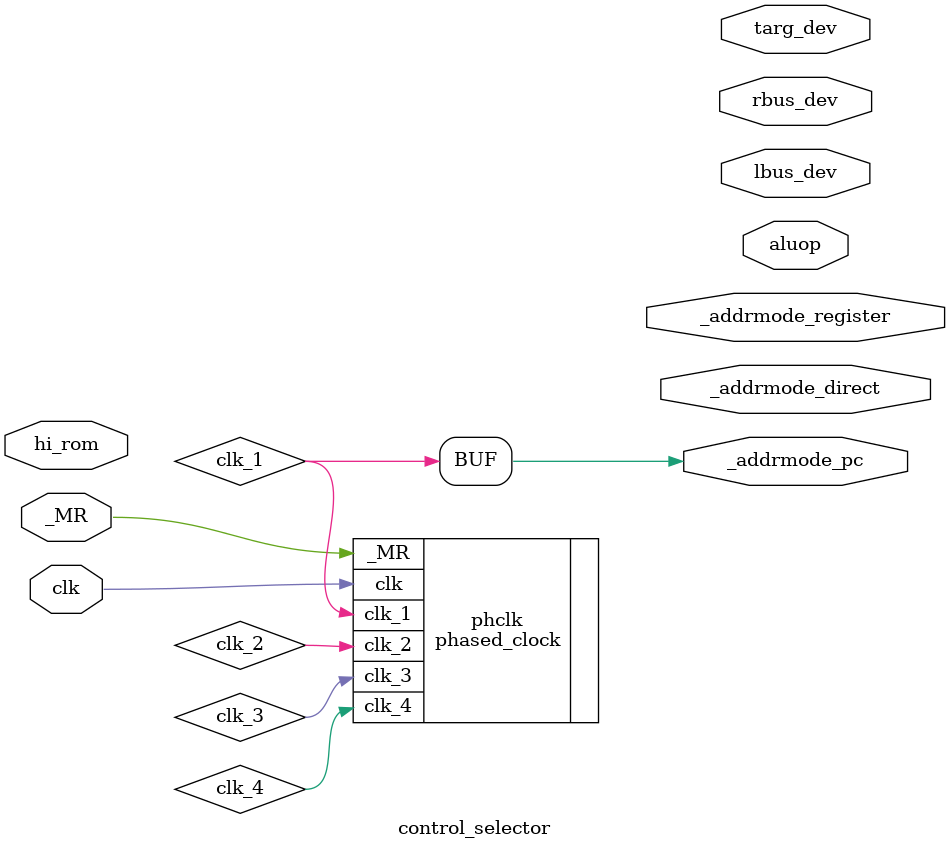
<source format=v>
`ifndef V_CONTROL_SELECT
`define V_CONTROL_SELECT


`include "../74138/hct74138.v"
`include "../74245/hct74245.v"
`include "../4PhaseClock/phased_clock.v"


`timescale 1ns/100ps

module control_selector #(parameter LOG=0) 
(
    input clk, 
    input _MR,

    input [7:0] hi_rom,

    output _addrmode_register, // enable MAR onto address bus - register direct addressing - op 0
    output _addrmode_pc, // enable PC onto address bus - register direct addressing - ????
    output _addrmode_direct, // enable ROM[15:0] onto address bus, needs an IR in implementation - direct addressing

    output [3:0] rbus_dev,
    output [3:0] lbus_dev,
    output [4:0] targ_dev,

    output [4:0] aluop
);

    // constants 
    // bit 23 can dictate addressing mode as we only have 6 op codes and only 3 use either mode
    parameter [2:0] op_DEV_eq_ALU_sel       = 0; // == RBUSDEV=ROM[8:5]    LBUSDEV=ROM[12:9]   ALUOP=ROM[4:0]   TARG=IR[20:16]  ADDRMODE=REGISTER  // ie mar
    parameter [2:0] op_DEV_eq_CONST8_sel    = 1; // == RBUSDEV='ROM'       LBUSDEV=XXXX        ALUOP='PASSR'    TARG=IR[20:16]  ADDRMODE=REGISTER  
    parameter [2:0] op_DEVP_eq_CONST16_sel  = 2; // == RBUSDEV='ROM'       LBUSDEV=XXXX        ALUOP='PASSR'    TARG=IR[20:16]  ADDRMODE=REGISTER  // stretch objective - load some fixed reg pair (eg if A is targ then A*B, if MARLO then its MARLO+HI)
    // op 3 unused
    parameter [2:0] op_DEV_eq_ROM_ABS_sel   = 4; // == RBUSDEV='ROM'       LBUSDEV=XXXX        ALUOP='PASSR'    TARG=IR[20:16]  ADDRMODE=IMMEDIATE // MUST BE VIA IR for all 3 bytes otherwise indexing the ROM using ROM[15:0] will change the logic mid exec
    parameter [2:0] op_DEV_eq_RAM_ABS_sel   = 5; // == RBUSDEV='RAM'       LBUSDEV=XXXX        ALUOP='PASSR'    TARG=IR[20:16]  ADDRMODE=IMMEDIATE 
    parameter [2:0] op_RAM_ABS_eq_DEV_sel   = 6; // == RBUSDEV=XXXX        LBUSDEV=ROM[19:16]  ALUOP='PASSL'    TARG='RAM'      ADDRMODE=IMMEDIATE // LBUS WILL TRANSMIT A REGISTER
    // op 7 unused

    // negative non-overlapping 3 phase clock (ignore phase 4)
    wire clk_1 , clk_2 , clk_3 , clk_4;

    phased_clock phclk(._MR, .clk, .clk_1 , .clk_2 , .clk_3 , .clk_4);

    
    assign _addrmode_pc = clk_1;
    



/*
if (LOG)    always @ * 
         $display("%8d CTRL_SEL", $time,
          " hi=%08b", hi_rom, 
            " _rom_out=%1b, _ram_out=%1b, _alu_out=%1b, _uart_out=%1b", _rom_out, _ram_out, _alu_out, _uart_out,
            " device_in=%5b", device_in, 
            " force_x_0=%1b", force_x_val_to_zero, 
            " force_alu_passx=%1b", force_alu_op_to_passx, 
            " _ram_zp=%1b", _ram_zp
    ,implied_dev_top_bit , _is_non_reg_override, _is_reg_override, " %05b %05b %08b", device_sel_pre, device_in, device_sel_out
);
*/

endmodule : control_selector
// verilator lint_on ASSIGNDLY

`endif

</source>
